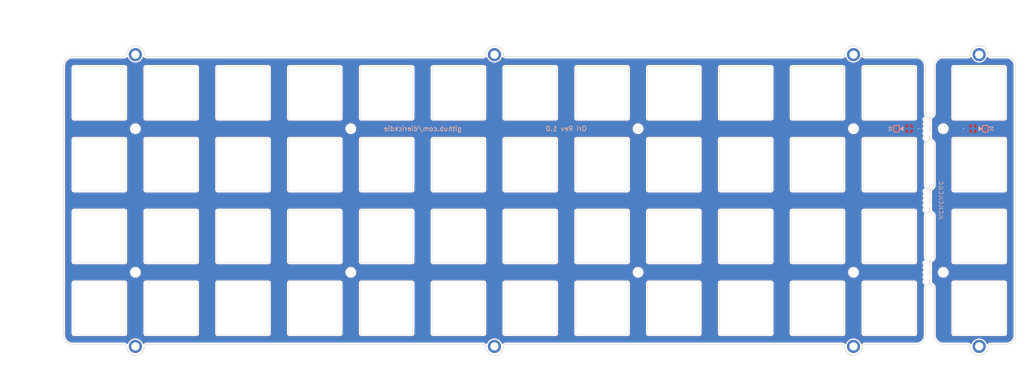
<source format=kicad_pcb>
(kicad_pcb (version 20171130) (host pcbnew "(5.1.10-1-10_14)")
  (layers (0 F.Cu signal) (31 B.Cu signal) (34 B.Paste user) (35 F.Paste user) (36 B.SilkS user) (37 F.SilkS user) (38 B.Mask user) (39 F.Mask user) (44 Edge.Cuts user))
  (net 0 "")
  (net 1 GND)
  (net 2 "Net-(D1-Pad1)")
  (net 3 GND1)
  (net 4 "Net-(D2-Pad1)")
  (module Keeb_footprints:MX100_cutout (layer F.Cu) (at 389.360818 107.143896)
    (fp_text reference U52)
    (fp_text value HOLE)
    (fp_line (start 6.7 7) (end -6.7 7) (layer Edge.Cuts) (width 0.1))
    (fp_line (start 6.7 -7) (end -6.7 -7) (layer Edge.Cuts) (width 0.1))
    (fp_line (start -7 6.7) (end -7 -6.7) (layer Edge.Cuts) (width 0.1))
    (fp_line (start 7 6.7) (end 7 -6.7) (layer Edge.Cuts) (width 0.1))
    (fp_arc (start -6.7 6.7) (end -7 6.7) (angle -90) (layer Edge.Cuts) (width 0.1))
    (fp_arc (start -6.7 -6.7) (end -6.7 -7) (angle -90) (layer Edge.Cuts) (width 0.1))
    (fp_arc (start 6.7 -6.7) (end 7 -6.7) (angle -90) (layer Edge.Cuts) (width 0.1))
    (fp_arc (start 6.7 6.7) (end 6.7 7) (angle -90) (layer Edge.Cuts) (width 0.1))
  )
  (module Keeb_footprints:MX100_cutout (layer F.Cu) (at 389.361002 88.10662)
    (fp_text reference U51)
    (fp_text value HOLE)
    (fp_line (start 6.7 7) (end -6.7 7) (layer Edge.Cuts) (width 0.1))
    (fp_line (start 6.7 -7) (end -6.7 -7) (layer Edge.Cuts) (width 0.1))
    (fp_line (start -7 6.7) (end -7 -6.7) (layer Edge.Cuts) (width 0.1))
    (fp_line (start 7 6.7) (end 7 -6.7) (layer Edge.Cuts) (width 0.1))
    (fp_arc (start -6.7 6.7) (end -7 6.7) (angle -90) (layer Edge.Cuts) (width 0.1))
    (fp_arc (start -6.7 -6.7) (end -6.7 -7) (angle -90) (layer Edge.Cuts) (width 0.1))
    (fp_arc (start 6.7 -6.7) (end 7 -6.7) (angle -90) (layer Edge.Cuts) (width 0.1))
    (fp_arc (start 6.7 6.7) (end 6.7 7) (angle -90) (layer Edge.Cuts) (width 0.1))
  )
  (module Keeb_footprints:MX100_cutout (layer F.Cu) (at 389.36137 69.04388)
    (fp_text reference U50)
    (fp_text value HOLE)
    (fp_line (start 6.7 7) (end -6.7 7) (layer Edge.Cuts) (width 0.1))
    (fp_line (start 6.7 -7) (end -6.7 -7) (layer Edge.Cuts) (width 0.1))
    (fp_line (start -7 6.7) (end -7 -6.7) (layer Edge.Cuts) (width 0.1))
    (fp_line (start 7 6.7) (end 7 -6.7) (layer Edge.Cuts) (width 0.1))
    (fp_arc (start -6.7 6.7) (end -7 6.7) (angle -90) (layer Edge.Cuts) (width 0.1))
    (fp_arc (start -6.7 -6.7) (end -6.7 -7) (angle -90) (layer Edge.Cuts) (width 0.1))
    (fp_arc (start 6.7 -6.7) (end 7 -6.7) (angle -90) (layer Edge.Cuts) (width 0.1))
    (fp_arc (start 6.7 6.7) (end 6.7 7) (angle -90) (layer Edge.Cuts) (width 0.1))
  )
  (module Keeb_footprints:MX100_cutout (layer F.Cu) (at 389.33601 50.00646)
    (fp_text reference U49)
    (fp_text value HOLE)
    (fp_line (start 6.7 7) (end -6.7 7) (layer Edge.Cuts) (width 0.1))
    (fp_line (start 6.7 -7) (end -6.7 -7) (layer Edge.Cuts) (width 0.1))
    (fp_line (start -7 6.7) (end -7 -6.7) (layer Edge.Cuts) (width 0.1))
    (fp_line (start 7 6.7) (end 7 -6.7) (layer Edge.Cuts) (width 0.1))
    (fp_arc (start -6.7 6.7) (end -7 6.7) (angle -90) (layer Edge.Cuts) (width 0.1))
    (fp_arc (start -6.7 -6.7) (end -6.7 -7) (angle -90) (layer Edge.Cuts) (width 0.1))
    (fp_arc (start 6.7 -6.7) (end 7 -6.7) (angle -90) (layer Edge.Cuts) (width 0.1))
    (fp_arc (start 6.7 6.7) (end 6.7 7) (angle -90) (layer Edge.Cuts) (width 0.1))
  )
  (module Keeb_footprints:MX100_cutout (layer F.Cu) (at 365.52341 107.1567)
    (fp_text reference U48)
    (fp_text value HOLE)
    (fp_line (start 6.7 7) (end -6.7 7) (layer Edge.Cuts) (width 0.1))
    (fp_line (start 6.7 -7) (end -6.7 -7) (layer Edge.Cuts) (width 0.1))
    (fp_line (start -7 6.7) (end -7 -6.7) (layer Edge.Cuts) (width 0.1))
    (fp_line (start 7 6.7) (end 7 -6.7) (layer Edge.Cuts) (width 0.1))
    (fp_arc (start -6.7 6.7) (end -7 6.7) (angle -90) (layer Edge.Cuts) (width 0.1))
    (fp_arc (start -6.7 -6.7) (end -6.7 -7) (angle -90) (layer Edge.Cuts) (width 0.1))
    (fp_arc (start 6.7 -6.7) (end 7 -6.7) (angle -90) (layer Edge.Cuts) (width 0.1))
    (fp_arc (start 6.7 6.7) (end 6.7 7) (angle -90) (layer Edge.Cuts) (width 0.1))
  )
  (module Keeb_footprints:MX100_cutout (layer F.Cu) (at 346.47333 107.16)
    (fp_text reference U47)
    (fp_text value HOLE)
    (fp_line (start 6.7 7) (end -6.7 7) (layer Edge.Cuts) (width 0.1))
    (fp_line (start 6.7 -7) (end -6.7 -7) (layer Edge.Cuts) (width 0.1))
    (fp_line (start -7 6.7) (end -7 -6.7) (layer Edge.Cuts) (width 0.1))
    (fp_line (start 7 6.7) (end 7 -6.7) (layer Edge.Cuts) (width 0.1))
    (fp_arc (start -6.7 6.7) (end -7 6.7) (angle -90) (layer Edge.Cuts) (width 0.1))
    (fp_arc (start -6.7 -6.7) (end -6.7 -7) (angle -90) (layer Edge.Cuts) (width 0.1))
    (fp_arc (start 6.7 -6.7) (end 7 -6.7) (angle -90) (layer Edge.Cuts) (width 0.1))
    (fp_arc (start 6.7 6.7) (end 6.7 7) (angle -90) (layer Edge.Cuts) (width 0.1))
  )
  (module Keeb_footprints:MX100_cutout (layer F.Cu) (at 327.42325 107.1567)
    (fp_text reference U46)
    (fp_text value HOLE)
    (fp_line (start 6.7 7) (end -6.7 7) (layer Edge.Cuts) (width 0.1))
    (fp_line (start 6.7 -7) (end -6.7 -7) (layer Edge.Cuts) (width 0.1))
    (fp_line (start -7 6.7) (end -7 -6.7) (layer Edge.Cuts) (width 0.1))
    (fp_line (start 7 6.7) (end 7 -6.7) (layer Edge.Cuts) (width 0.1))
    (fp_arc (start -6.7 6.7) (end -7 6.7) (angle -90) (layer Edge.Cuts) (width 0.1))
    (fp_arc (start -6.7 -6.7) (end -6.7 -7) (angle -90) (layer Edge.Cuts) (width 0.1))
    (fp_arc (start 6.7 -6.7) (end 7 -6.7) (angle -90) (layer Edge.Cuts) (width 0.1))
    (fp_arc (start 6.7 6.7) (end 6.7 7) (angle -90) (layer Edge.Cuts) (width 0.1))
  )
  (module Keeb_footprints:MX100_cutout (layer F.Cu) (at 308.37317 107.1567)
    (fp_text reference U45)
    (fp_text value HOLE)
    (fp_line (start 6.7 7) (end -6.7 7) (layer Edge.Cuts) (width 0.1))
    (fp_line (start 6.7 -7) (end -6.7 -7) (layer Edge.Cuts) (width 0.1))
    (fp_line (start -7 6.7) (end -7 -6.7) (layer Edge.Cuts) (width 0.1))
    (fp_line (start 7 6.7) (end 7 -6.7) (layer Edge.Cuts) (width 0.1))
    (fp_arc (start -6.7 6.7) (end -7 6.7) (angle -90) (layer Edge.Cuts) (width 0.1))
    (fp_arc (start -6.7 -6.7) (end -6.7 -7) (angle -90) (layer Edge.Cuts) (width 0.1))
    (fp_arc (start 6.7 -6.7) (end 7 -6.7) (angle -90) (layer Edge.Cuts) (width 0.1))
    (fp_arc (start 6.7 6.7) (end 6.7 7) (angle -90) (layer Edge.Cuts) (width 0.1))
  )
  (module Keeb_footprints:MX100_cutout (layer F.Cu) (at 289.32309 107.1567)
    (fp_text reference U44)
    (fp_text value HOLE)
    (fp_line (start 6.7 7) (end -6.7 7) (layer Edge.Cuts) (width 0.1))
    (fp_line (start 6.7 -7) (end -6.7 -7) (layer Edge.Cuts) (width 0.1))
    (fp_line (start -7 6.7) (end -7 -6.7) (layer Edge.Cuts) (width 0.1))
    (fp_line (start 7 6.7) (end 7 -6.7) (layer Edge.Cuts) (width 0.1))
    (fp_arc (start -6.7 6.7) (end -7 6.7) (angle -90) (layer Edge.Cuts) (width 0.1))
    (fp_arc (start -6.7 -6.7) (end -6.7 -7) (angle -90) (layer Edge.Cuts) (width 0.1))
    (fp_arc (start 6.7 -6.7) (end 7 -6.7) (angle -90) (layer Edge.Cuts) (width 0.1))
    (fp_arc (start 6.7 6.7) (end 6.7 7) (angle -90) (layer Edge.Cuts) (width 0.1))
  )
  (module Keeb_footprints:MX100_cutout (layer F.Cu) (at 270.27301 107.1567)
    (fp_text reference U43)
    (fp_text value HOLE)
    (fp_line (start 6.7 7) (end -6.7 7) (layer Edge.Cuts) (width 0.1))
    (fp_line (start 6.7 -7) (end -6.7 -7) (layer Edge.Cuts) (width 0.1))
    (fp_line (start -7 6.7) (end -7 -6.7) (layer Edge.Cuts) (width 0.1))
    (fp_line (start 7 6.7) (end 7 -6.7) (layer Edge.Cuts) (width 0.1))
    (fp_arc (start -6.7 6.7) (end -7 6.7) (angle -90) (layer Edge.Cuts) (width 0.1))
    (fp_arc (start -6.7 -6.7) (end -6.7 -7) (angle -90) (layer Edge.Cuts) (width 0.1))
    (fp_arc (start 6.7 -6.7) (end 7 -6.7) (angle -90) (layer Edge.Cuts) (width 0.1))
    (fp_arc (start 6.7 6.7) (end 6.7 7) (angle -90) (layer Edge.Cuts) (width 0.1))
  )
  (module Keeb_footprints:MX100_cutout (layer F.Cu) (at 251.22293 107.1567)
    (fp_text reference U42)
    (fp_text value HOLE)
    (fp_line (start 6.7 7) (end -6.7 7) (layer Edge.Cuts) (width 0.1))
    (fp_line (start 6.7 -7) (end -6.7 -7) (layer Edge.Cuts) (width 0.1))
    (fp_line (start -7 6.7) (end -7 -6.7) (layer Edge.Cuts) (width 0.1))
    (fp_line (start 7 6.7) (end 7 -6.7) (layer Edge.Cuts) (width 0.1))
    (fp_arc (start -6.7 6.7) (end -7 6.7) (angle -90) (layer Edge.Cuts) (width 0.1))
    (fp_arc (start -6.7 -6.7) (end -6.7 -7) (angle -90) (layer Edge.Cuts) (width 0.1))
    (fp_arc (start 6.7 -6.7) (end 7 -6.7) (angle -90) (layer Edge.Cuts) (width 0.1))
    (fp_arc (start 6.7 6.7) (end 6.7 7) (angle -90) (layer Edge.Cuts) (width 0.1))
  )
  (module Keeb_footprints:MX100_cutout (layer F.Cu) (at 232.17285 107.1567)
    (fp_text reference U41)
    (fp_text value HOLE)
    (fp_line (start 6.7 7) (end -6.7 7) (layer Edge.Cuts) (width 0.1))
    (fp_line (start 6.7 -7) (end -6.7 -7) (layer Edge.Cuts) (width 0.1))
    (fp_line (start -7 6.7) (end -7 -6.7) (layer Edge.Cuts) (width 0.1))
    (fp_line (start 7 6.7) (end 7 -6.7) (layer Edge.Cuts) (width 0.1))
    (fp_arc (start -6.7 6.7) (end -7 6.7) (angle -90) (layer Edge.Cuts) (width 0.1))
    (fp_arc (start -6.7 -6.7) (end -6.7 -7) (angle -90) (layer Edge.Cuts) (width 0.1))
    (fp_arc (start 6.7 -6.7) (end 7 -6.7) (angle -90) (layer Edge.Cuts) (width 0.1))
    (fp_arc (start 6.7 6.7) (end 6.7 7) (angle -90) (layer Edge.Cuts) (width 0.1))
  )
  (module Keeb_footprints:MX100_cutout (layer F.Cu) (at 213.12277 107.1567)
    (fp_text reference U40)
    (fp_text value HOLE)
    (fp_line (start 6.7 7) (end -6.7 7) (layer Edge.Cuts) (width 0.1))
    (fp_line (start 6.7 -7) (end -6.7 -7) (layer Edge.Cuts) (width 0.1))
    (fp_line (start -7 6.7) (end -7 -6.7) (layer Edge.Cuts) (width 0.1))
    (fp_line (start 7 6.7) (end 7 -6.7) (layer Edge.Cuts) (width 0.1))
    (fp_arc (start -6.7 6.7) (end -7 6.7) (angle -90) (layer Edge.Cuts) (width 0.1))
    (fp_arc (start -6.7 -6.7) (end -6.7 -7) (angle -90) (layer Edge.Cuts) (width 0.1))
    (fp_arc (start 6.7 -6.7) (end 7 -6.7) (angle -90) (layer Edge.Cuts) (width 0.1))
    (fp_arc (start 6.7 6.7) (end 6.7 7) (angle -90) (layer Edge.Cuts) (width 0.1))
  )
  (module Keeb_footprints:MX100_cutout (layer F.Cu) (at 194.07269 107.1567)
    (fp_text reference U39)
    (fp_text value HOLE)
    (fp_line (start 6.7 7) (end -6.7 7) (layer Edge.Cuts) (width 0.1))
    (fp_line (start 6.7 -7) (end -6.7 -7) (layer Edge.Cuts) (width 0.1))
    (fp_line (start -7 6.7) (end -7 -6.7) (layer Edge.Cuts) (width 0.1))
    (fp_line (start 7 6.7) (end 7 -6.7) (layer Edge.Cuts) (width 0.1))
    (fp_arc (start -6.7 6.7) (end -7 6.7) (angle -90) (layer Edge.Cuts) (width 0.1))
    (fp_arc (start -6.7 -6.7) (end -6.7 -7) (angle -90) (layer Edge.Cuts) (width 0.1))
    (fp_arc (start 6.7 -6.7) (end 7 -6.7) (angle -90) (layer Edge.Cuts) (width 0.1))
    (fp_arc (start 6.7 6.7) (end 6.7 7) (angle -90) (layer Edge.Cuts) (width 0.1))
  )
  (module Keeb_footprints:MX100_cutout (layer F.Cu) (at 175.02261 107.1567)
    (fp_text reference U38)
    (fp_text value HOLE)
    (fp_line (start 6.7 7) (end -6.7 7) (layer Edge.Cuts) (width 0.1))
    (fp_line (start 6.7 -7) (end -6.7 -7) (layer Edge.Cuts) (width 0.1))
    (fp_line (start -7 6.7) (end -7 -6.7) (layer Edge.Cuts) (width 0.1))
    (fp_line (start 7 6.7) (end 7 -6.7) (layer Edge.Cuts) (width 0.1))
    (fp_arc (start -6.7 6.7) (end -7 6.7) (angle -90) (layer Edge.Cuts) (width 0.1))
    (fp_arc (start -6.7 -6.7) (end -6.7 -7) (angle -90) (layer Edge.Cuts) (width 0.1))
    (fp_arc (start 6.7 -6.7) (end 7 -6.7) (angle -90) (layer Edge.Cuts) (width 0.1))
    (fp_arc (start 6.7 6.7) (end 6.7 7) (angle -90) (layer Edge.Cuts) (width 0.1))
  )
  (module Keeb_footprints:MX100_cutout (layer F.Cu) (at 155.97253 107.1567)
    (fp_text reference U37)
    (fp_text value HOLE)
    (fp_line (start 6.7 7) (end -6.7 7) (layer Edge.Cuts) (width 0.1))
    (fp_line (start 6.7 -7) (end -6.7 -7) (layer Edge.Cuts) (width 0.1))
    (fp_line (start -7 6.7) (end -7 -6.7) (layer Edge.Cuts) (width 0.1))
    (fp_line (start 7 6.7) (end 7 -6.7) (layer Edge.Cuts) (width 0.1))
    (fp_arc (start -6.7 6.7) (end -7 6.7) (angle -90) (layer Edge.Cuts) (width 0.1))
    (fp_arc (start -6.7 -6.7) (end -6.7 -7) (angle -90) (layer Edge.Cuts) (width 0.1))
    (fp_arc (start 6.7 -6.7) (end 7 -6.7) (angle -90) (layer Edge.Cuts) (width 0.1))
    (fp_arc (start 6.7 6.7) (end 6.7 7) (angle -90) (layer Edge.Cuts) (width 0.1))
  )
  (module Keeb_footprints:MX100_cutout (layer F.Cu) (at 365.52341 88.10662)
    (fp_text reference U36)
    (fp_text value HOLE)
    (fp_line (start 6.7 7) (end -6.7 7) (layer Edge.Cuts) (width 0.1))
    (fp_line (start 6.7 -7) (end -6.7 -7) (layer Edge.Cuts) (width 0.1))
    (fp_line (start -7 6.7) (end -7 -6.7) (layer Edge.Cuts) (width 0.1))
    (fp_line (start 7 6.7) (end 7 -6.7) (layer Edge.Cuts) (width 0.1))
    (fp_arc (start -6.7 6.7) (end -7 6.7) (angle -90) (layer Edge.Cuts) (width 0.1))
    (fp_arc (start -6.7 -6.7) (end -6.7 -7) (angle -90) (layer Edge.Cuts) (width 0.1))
    (fp_arc (start 6.7 -6.7) (end 7 -6.7) (angle -90) (layer Edge.Cuts) (width 0.1))
    (fp_arc (start 6.7 6.7) (end 6.7 7) (angle -90) (layer Edge.Cuts) (width 0.1))
  )
  (module Keeb_footprints:MX100_cutout (layer F.Cu) (at 346.47333 88.10662)
    (fp_text reference U35)
    (fp_text value HOLE)
    (fp_line (start 6.7 7) (end -6.7 7) (layer Edge.Cuts) (width 0.1))
    (fp_line (start 6.7 -7) (end -6.7 -7) (layer Edge.Cuts) (width 0.1))
    (fp_line (start -7 6.7) (end -7 -6.7) (layer Edge.Cuts) (width 0.1))
    (fp_line (start 7 6.7) (end 7 -6.7) (layer Edge.Cuts) (width 0.1))
    (fp_arc (start -6.7 6.7) (end -7 6.7) (angle -90) (layer Edge.Cuts) (width 0.1))
    (fp_arc (start -6.7 -6.7) (end -6.7 -7) (angle -90) (layer Edge.Cuts) (width 0.1))
    (fp_arc (start 6.7 -6.7) (end 7 -6.7) (angle -90) (layer Edge.Cuts) (width 0.1))
    (fp_arc (start 6.7 6.7) (end 6.7 7) (angle -90) (layer Edge.Cuts) (width 0.1))
  )
  (module Keeb_footprints:MX100_cutout (layer F.Cu) (at 327.42325 88.10662)
    (fp_text reference U34)
    (fp_text value HOLE)
    (fp_line (start 6.7 7) (end -6.7 7) (layer Edge.Cuts) (width 0.1))
    (fp_line (start 6.7 -7) (end -6.7 -7) (layer Edge.Cuts) (width 0.1))
    (fp_line (start -7 6.7) (end -7 -6.7) (layer Edge.Cuts) (width 0.1))
    (fp_line (start 7 6.7) (end 7 -6.7) (layer Edge.Cuts) (width 0.1))
    (fp_arc (start -6.7 6.7) (end -7 6.7) (angle -90) (layer Edge.Cuts) (width 0.1))
    (fp_arc (start -6.7 -6.7) (end -6.7 -7) (angle -90) (layer Edge.Cuts) (width 0.1))
    (fp_arc (start 6.7 -6.7) (end 7 -6.7) (angle -90) (layer Edge.Cuts) (width 0.1))
    (fp_arc (start 6.7 6.7) (end 6.7 7) (angle -90) (layer Edge.Cuts) (width 0.1))
  )
  (module Keeb_footprints:MX100_cutout (layer F.Cu) (at 308.37317 88.10662)
    (fp_text reference U33)
    (fp_text value HOLE)
    (fp_line (start 6.7 7) (end -6.7 7) (layer Edge.Cuts) (width 0.1))
    (fp_line (start 6.7 -7) (end -6.7 -7) (layer Edge.Cuts) (width 0.1))
    (fp_line (start -7 6.7) (end -7 -6.7) (layer Edge.Cuts) (width 0.1))
    (fp_line (start 7 6.7) (end 7 -6.7) (layer Edge.Cuts) (width 0.1))
    (fp_arc (start -6.7 6.7) (end -7 6.7) (angle -90) (layer Edge.Cuts) (width 0.1))
    (fp_arc (start -6.7 -6.7) (end -6.7 -7) (angle -90) (layer Edge.Cuts) (width 0.1))
    (fp_arc (start 6.7 -6.7) (end 7 -6.7) (angle -90) (layer Edge.Cuts) (width 0.1))
    (fp_arc (start 6.7 6.7) (end 6.7 7) (angle -90) (layer Edge.Cuts) (width 0.1))
  )
  (module Keeb_footprints:MX100_cutout (layer F.Cu) (at 289.32309 88.10662)
    (fp_text reference U32)
    (fp_text value HOLE)
    (fp_line (start 6.7 7) (end -6.7 7) (layer Edge.Cuts) (width 0.1))
    (fp_line (start 6.7 -7) (end -6.7 -7) (layer Edge.Cuts) (width 0.1))
    (fp_line (start -7 6.7) (end -7 -6.7) (layer Edge.Cuts) (width 0.1))
    (fp_line (start 7 6.7) (end 7 -6.7) (layer Edge.Cuts) (width 0.1))
    (fp_arc (start -6.7 6.7) (end -7 6.7) (angle -90) (layer Edge.Cuts) (width 0.1))
    (fp_arc (start -6.7 -6.7) (end -6.7 -7) (angle -90) (layer Edge.Cuts) (width 0.1))
    (fp_arc (start 6.7 -6.7) (end 7 -6.7) (angle -90) (layer Edge.Cuts) (width 0.1))
    (fp_arc (start 6.7 6.7) (end 6.7 7) (angle -90) (layer Edge.Cuts) (width 0.1))
  )
  (module Keeb_footprints:MX100_cutout (layer F.Cu) (at 270.27301 88.10662)
    (fp_text reference U31)
    (fp_text value HOLE)
    (fp_line (start 6.7 7) (end -6.7 7) (layer Edge.Cuts) (width 0.1))
    (fp_line (start 6.7 -7) (end -6.7 -7) (layer Edge.Cuts) (width 0.1))
    (fp_line (start -7 6.7) (end -7 -6.7) (layer Edge.Cuts) (width 0.1))
    (fp_line (start 7 6.7) (end 7 -6.7) (layer Edge.Cuts) (width 0.1))
    (fp_arc (start -6.7 6.7) (end -7 6.7) (angle -90) (layer Edge.Cuts) (width 0.1))
    (fp_arc (start -6.7 -6.7) (end -6.7 -7) (angle -90) (layer Edge.Cuts) (width 0.1))
    (fp_arc (start 6.7 -6.7) (end 7 -6.7) (angle -90) (layer Edge.Cuts) (width 0.1))
    (fp_arc (start 6.7 6.7) (end 6.7 7) (angle -90) (layer Edge.Cuts) (width 0.1))
  )
  (module Keeb_footprints:MX100_cutout (layer F.Cu) (at 251.22293 88.10662)
    (fp_text reference U30)
    (fp_text value HOLE)
    (fp_line (start 6.7 7) (end -6.7 7) (layer Edge.Cuts) (width 0.1))
    (fp_line (start 6.7 -7) (end -6.7 -7) (layer Edge.Cuts) (width 0.1))
    (fp_line (start -7 6.7) (end -7 -6.7) (layer Edge.Cuts) (width 0.1))
    (fp_line (start 7 6.7) (end 7 -6.7) (layer Edge.Cuts) (width 0.1))
    (fp_arc (start -6.7 6.7) (end -7 6.7) (angle -90) (layer Edge.Cuts) (width 0.1))
    (fp_arc (start -6.7 -6.7) (end -6.7 -7) (angle -90) (layer Edge.Cuts) (width 0.1))
    (fp_arc (start 6.7 -6.7) (end 7 -6.7) (angle -90) (layer Edge.Cuts) (width 0.1))
    (fp_arc (start 6.7 6.7) (end 6.7 7) (angle -90) (layer Edge.Cuts) (width 0.1))
  )
  (module Keeb_footprints:MX100_cutout (layer F.Cu) (at 232.17285 88.10662)
    (fp_text reference U29)
    (fp_text value HOLE)
    (fp_line (start 6.7 7) (end -6.7 7) (layer Edge.Cuts) (width 0.1))
    (fp_line (start 6.7 -7) (end -6.7 -7) (layer Edge.Cuts) (width 0.1))
    (fp_line (start -7 6.7) (end -7 -6.7) (layer Edge.Cuts) (width 0.1))
    (fp_line (start 7 6.7) (end 7 -6.7) (layer Edge.Cuts) (width 0.1))
    (fp_arc (start -6.7 6.7) (end -7 6.7) (angle -90) (layer Edge.Cuts) (width 0.1))
    (fp_arc (start -6.7 -6.7) (end -6.7 -7) (angle -90) (layer Edge.Cuts) (width 0.1))
    (fp_arc (start 6.7 -6.7) (end 7 -6.7) (angle -90) (layer Edge.Cuts) (width 0.1))
    (fp_arc (start 6.7 6.7) (end 6.7 7) (angle -90) (layer Edge.Cuts) (width 0.1))
  )
  (module Keeb_footprints:MX100_cutout (layer F.Cu) (at 213.12277 88.10662)
    (fp_text reference U28)
    (fp_text value HOLE)
    (fp_line (start 6.7 7) (end -6.7 7) (layer Edge.Cuts) (width 0.1))
    (fp_line (start 6.7 -7) (end -6.7 -7) (layer Edge.Cuts) (width 0.1))
    (fp_line (start -7 6.7) (end -7 -6.7) (layer Edge.Cuts) (width 0.1))
    (fp_line (start 7 6.7) (end 7 -6.7) (layer Edge.Cuts) (width 0.1))
    (fp_arc (start -6.7 6.7) (end -7 6.7) (angle -90) (layer Edge.Cuts) (width 0.1))
    (fp_arc (start -6.7 -6.7) (end -6.7 -7) (angle -90) (layer Edge.Cuts) (width 0.1))
    (fp_arc (start 6.7 -6.7) (end 7 -6.7) (angle -90) (layer Edge.Cuts) (width 0.1))
    (fp_arc (start 6.7 6.7) (end 6.7 7) (angle -90) (layer Edge.Cuts) (width 0.1))
  )
  (module Keeb_footprints:MX100_cutout (layer F.Cu) (at 194.07269 88.10662)
    (fp_text reference U27)
    (fp_text value HOLE)
    (fp_line (start 6.7 7) (end -6.7 7) (layer Edge.Cuts) (width 0.1))
    (fp_line (start 6.7 -7) (end -6.7 -7) (layer Edge.Cuts) (width 0.1))
    (fp_line (start -7 6.7) (end -7 -6.7) (layer Edge.Cuts) (width 0.1))
    (fp_line (start 7 6.7) (end 7 -6.7) (layer Edge.Cuts) (width 0.1))
    (fp_arc (start -6.7 6.7) (end -7 6.7) (angle -90) (layer Edge.Cuts) (width 0.1))
    (fp_arc (start -6.7 -6.7) (end -6.7 -7) (angle -90) (layer Edge.Cuts) (width 0.1))
    (fp_arc (start 6.7 -6.7) (end 7 -6.7) (angle -90) (layer Edge.Cuts) (width 0.1))
    (fp_arc (start 6.7 6.7) (end 6.7 7) (angle -90) (layer Edge.Cuts) (width 0.1))
  )
  (module Keeb_footprints:MX100_cutout (layer F.Cu) (at 175.02261 88.10662)
    (fp_text reference U26)
    (fp_text value HOLE)
    (fp_line (start 6.7 7) (end -6.7 7) (layer Edge.Cuts) (width 0.1))
    (fp_line (start 6.7 -7) (end -6.7 -7) (layer Edge.Cuts) (width 0.1))
    (fp_line (start -7 6.7) (end -7 -6.7) (layer Edge.Cuts) (width 0.1))
    (fp_line (start 7 6.7) (end 7 -6.7) (layer Edge.Cuts) (width 0.1))
    (fp_arc (start -6.7 6.7) (end -7 6.7) (angle -90) (layer Edge.Cuts) (width 0.1))
    (fp_arc (start -6.7 -6.7) (end -6.7 -7) (angle -90) (layer Edge.Cuts) (width 0.1))
    (fp_arc (start 6.7 -6.7) (end 7 -6.7) (angle -90) (layer Edge.Cuts) (width 0.1))
    (fp_arc (start 6.7 6.7) (end 6.7 7) (angle -90) (layer Edge.Cuts) (width 0.1))
  )
  (module Keeb_footprints:MX100_cutout (layer F.Cu) (at 155.97253 88.10662)
    (fp_text reference U25)
    (fp_text value HOLE)
    (fp_line (start 6.7 7) (end -6.7 7) (layer Edge.Cuts) (width 0.1))
    (fp_line (start 6.7 -7) (end -6.7 -7) (layer Edge.Cuts) (width 0.1))
    (fp_line (start -7 6.7) (end -7 -6.7) (layer Edge.Cuts) (width 0.1))
    (fp_line (start 7 6.7) (end 7 -6.7) (layer Edge.Cuts) (width 0.1))
    (fp_arc (start -6.7 6.7) (end -7 6.7) (angle -90) (layer Edge.Cuts) (width 0.1))
    (fp_arc (start -6.7 -6.7) (end -6.7 -7) (angle -90) (layer Edge.Cuts) (width 0.1))
    (fp_arc (start 6.7 -6.7) (end 7 -6.7) (angle -90) (layer Edge.Cuts) (width 0.1))
    (fp_arc (start 6.7 6.7) (end 6.7 7) (angle -90) (layer Edge.Cuts) (width 0.1))
  )
  (module Keeb_footprints:MX100_cutout (layer F.Cu) (at 365.52341 69.05654)
    (fp_text reference U24)
    (fp_text value HOLE)
    (fp_line (start 6.7 7) (end -6.7 7) (layer Edge.Cuts) (width 0.1))
    (fp_line (start 6.7 -7) (end -6.7 -7) (layer Edge.Cuts) (width 0.1))
    (fp_line (start -7 6.7) (end -7 -6.7) (layer Edge.Cuts) (width 0.1))
    (fp_line (start 7 6.7) (end 7 -6.7) (layer Edge.Cuts) (width 0.1))
    (fp_arc (start -6.7 6.7) (end -7 6.7) (angle -90) (layer Edge.Cuts) (width 0.1))
    (fp_arc (start -6.7 -6.7) (end -6.7 -7) (angle -90) (layer Edge.Cuts) (width 0.1))
    (fp_arc (start 6.7 -6.7) (end 7 -6.7) (angle -90) (layer Edge.Cuts) (width 0.1))
    (fp_arc (start 6.7 6.7) (end 6.7 7) (angle -90) (layer Edge.Cuts) (width 0.1))
  )
  (module Keeb_footprints:MX100_cutout (layer F.Cu) (at 346.47333 69.05654)
    (fp_text reference U23)
    (fp_text value HOLE)
    (fp_line (start 6.7 7) (end -6.7 7) (layer Edge.Cuts) (width 0.1))
    (fp_line (start 6.7 -7) (end -6.7 -7) (layer Edge.Cuts) (width 0.1))
    (fp_line (start -7 6.7) (end -7 -6.7) (layer Edge.Cuts) (width 0.1))
    (fp_line (start 7 6.7) (end 7 -6.7) (layer Edge.Cuts) (width 0.1))
    (fp_arc (start -6.7 6.7) (end -7 6.7) (angle -90) (layer Edge.Cuts) (width 0.1))
    (fp_arc (start -6.7 -6.7) (end -6.7 -7) (angle -90) (layer Edge.Cuts) (width 0.1))
    (fp_arc (start 6.7 -6.7) (end 7 -6.7) (angle -90) (layer Edge.Cuts) (width 0.1))
    (fp_arc (start 6.7 6.7) (end 6.7 7) (angle -90) (layer Edge.Cuts) (width 0.1))
  )
  (module Keeb_footprints:MX100_cutout (layer F.Cu) (at 327.42325 69.05654)
    (fp_text reference U22)
    (fp_text value HOLE)
    (fp_line (start 6.7 7) (end -6.7 7) (layer Edge.Cuts) (width 0.1))
    (fp_line (start 6.7 -7) (end -6.7 -7) (layer Edge.Cuts) (width 0.1))
    (fp_line (start -7 6.7) (end -7 -6.7) (layer Edge.Cuts) (width 0.1))
    (fp_line (start 7 6.7) (end 7 -6.7) (layer Edge.Cuts) (width 0.1))
    (fp_arc (start -6.7 6.7) (end -7 6.7) (angle -90) (layer Edge.Cuts) (width 0.1))
    (fp_arc (start -6.7 -6.7) (end -6.7 -7) (angle -90) (layer Edge.Cuts) (width 0.1))
    (fp_arc (start 6.7 -6.7) (end 7 -6.7) (angle -90) (layer Edge.Cuts) (width 0.1))
    (fp_arc (start 6.7 6.7) (end 6.7 7) (angle -90) (layer Edge.Cuts) (width 0.1))
  )
  (module Keeb_footprints:MX100_cutout (layer F.Cu) (at 308.37317 69.05654)
    (fp_text reference U21)
    (fp_text value HOLE)
    (fp_line (start 6.7 7) (end -6.7 7) (layer Edge.Cuts) (width 0.1))
    (fp_line (start 6.7 -7) (end -6.7 -7) (layer Edge.Cuts) (width 0.1))
    (fp_line (start -7 6.7) (end -7 -6.7) (layer Edge.Cuts) (width 0.1))
    (fp_line (start 7 6.7) (end 7 -6.7) (layer Edge.Cuts) (width 0.1))
    (fp_arc (start -6.7 6.7) (end -7 6.7) (angle -90) (layer Edge.Cuts) (width 0.1))
    (fp_arc (start -6.7 -6.7) (end -6.7 -7) (angle -90) (layer Edge.Cuts) (width 0.1))
    (fp_arc (start 6.7 -6.7) (end 7 -6.7) (angle -90) (layer Edge.Cuts) (width 0.1))
    (fp_arc (start 6.7 6.7) (end 6.7 7) (angle -90) (layer Edge.Cuts) (width 0.1))
  )
  (module Keeb_footprints:MX100_cutout (layer F.Cu) (at 289.32309 69.05654)
    (fp_text reference U20)
    (fp_text value HOLE)
    (fp_line (start 6.7 7) (end -6.7 7) (layer Edge.Cuts) (width 0.1))
    (fp_line (start 6.7 -7) (end -6.7 -7) (layer Edge.Cuts) (width 0.1))
    (fp_line (start -7 6.7) (end -7 -6.7) (layer Edge.Cuts) (width 0.1))
    (fp_line (start 7 6.7) (end 7 -6.7) (layer Edge.Cuts) (width 0.1))
    (fp_arc (start -6.7 6.7) (end -7 6.7) (angle -90) (layer Edge.Cuts) (width 0.1))
    (fp_arc (start -6.7 -6.7) (end -6.7 -7) (angle -90) (layer Edge.Cuts) (width 0.1))
    (fp_arc (start 6.7 -6.7) (end 7 -6.7) (angle -90) (layer Edge.Cuts) (width 0.1))
    (fp_arc (start 6.7 6.7) (end 6.7 7) (angle -90) (layer Edge.Cuts) (width 0.1))
  )
  (module Keeb_footprints:MX100_cutout (layer F.Cu) (at 270.27301 69.05654)
    (fp_text reference U19)
    (fp_text value HOLE)
    (fp_line (start 6.7 7) (end -6.7 7) (layer Edge.Cuts) (width 0.1))
    (fp_line (start 6.7 -7) (end -6.7 -7) (layer Edge.Cuts) (width 0.1))
    (fp_line (start -7 6.7) (end -7 -6.7) (layer Edge.Cuts) (width 0.1))
    (fp_line (start 7 6.7) (end 7 -6.7) (layer Edge.Cuts) (width 0.1))
    (fp_arc (start -6.7 6.7) (end -7 6.7) (angle -90) (layer Edge.Cuts) (width 0.1))
    (fp_arc (start -6.7 -6.7) (end -6.7 -7) (angle -90) (layer Edge.Cuts) (width 0.1))
    (fp_arc (start 6.7 -6.7) (end 7 -6.7) (angle -90) (layer Edge.Cuts) (width 0.1))
    (fp_arc (start 6.7 6.7) (end 6.7 7) (angle -90) (layer Edge.Cuts) (width 0.1))
  )
  (module Keeb_footprints:MX100_cutout (layer F.Cu) (at 251.22293 69.05654)
    (fp_text reference U18)
    (fp_text value HOLE)
    (fp_line (start 6.7 7) (end -6.7 7) (layer Edge.Cuts) (width 0.1))
    (fp_line (start 6.7 -7) (end -6.7 -7) (layer Edge.Cuts) (width 0.1))
    (fp_line (start -7 6.7) (end -7 -6.7) (layer Edge.Cuts) (width 0.1))
    (fp_line (start 7 6.7) (end 7 -6.7) (layer Edge.Cuts) (width 0.1))
    (fp_arc (start -6.7 6.7) (end -7 6.7) (angle -90) (layer Edge.Cuts) (width 0.1))
    (fp_arc (start -6.7 -6.7) (end -6.7 -7) (angle -90) (layer Edge.Cuts) (width 0.1))
    (fp_arc (start 6.7 -6.7) (end 7 -6.7) (angle -90) (layer Edge.Cuts) (width 0.1))
    (fp_arc (start 6.7 6.7) (end 6.7 7) (angle -90) (layer Edge.Cuts) (width 0.1))
  )
  (module Keeb_footprints:MX100_cutout (layer F.Cu) (at 232.17285 69.05654)
    (fp_text reference U17)
    (fp_text value HOLE)
    (fp_line (start 6.7 7) (end -6.7 7) (layer Edge.Cuts) (width 0.1))
    (fp_line (start 6.7 -7) (end -6.7 -7) (layer Edge.Cuts) (width 0.1))
    (fp_line (start -7 6.7) (end -7 -6.7) (layer Edge.Cuts) (width 0.1))
    (fp_line (start 7 6.7) (end 7 -6.7) (layer Edge.Cuts) (width 0.1))
    (fp_arc (start -6.7 6.7) (end -7 6.7) (angle -90) (layer Edge.Cuts) (width 0.1))
    (fp_arc (start -6.7 -6.7) (end -6.7 -7) (angle -90) (layer Edge.Cuts) (width 0.1))
    (fp_arc (start 6.7 -6.7) (end 7 -6.7) (angle -90) (layer Edge.Cuts) (width 0.1))
    (fp_arc (start 6.7 6.7) (end 6.7 7) (angle -90) (layer Edge.Cuts) (width 0.1))
  )
  (module Keeb_footprints:MX100_cutout (layer F.Cu) (at 213.12277 69.05654)
    (fp_text reference U16)
    (fp_text value HOLE)
    (fp_line (start 6.7 7) (end -6.7 7) (layer Edge.Cuts) (width 0.1))
    (fp_line (start 6.7 -7) (end -6.7 -7) (layer Edge.Cuts) (width 0.1))
    (fp_line (start -7 6.7) (end -7 -6.7) (layer Edge.Cuts) (width 0.1))
    (fp_line (start 7 6.7) (end 7 -6.7) (layer Edge.Cuts) (width 0.1))
    (fp_arc (start -6.7 6.7) (end -7 6.7) (angle -90) (layer Edge.Cuts) (width 0.1))
    (fp_arc (start -6.7 -6.7) (end -6.7 -7) (angle -90) (layer Edge.Cuts) (width 0.1))
    (fp_arc (start 6.7 -6.7) (end 7 -6.7) (angle -90) (layer Edge.Cuts) (width 0.1))
    (fp_arc (start 6.7 6.7) (end 6.7 7) (angle -90) (layer Edge.Cuts) (width 0.1))
  )
  (module Keeb_footprints:MX100_cutout (layer F.Cu) (at 194.07269 69.05654)
    (fp_text reference U15)
    (fp_text value HOLE)
    (fp_line (start 6.7 7) (end -6.7 7) (layer Edge.Cuts) (width 0.1))
    (fp_line (start 6.7 -7) (end -6.7 -7) (layer Edge.Cuts) (width 0.1))
    (fp_line (start -7 6.7) (end -7 -6.7) (layer Edge.Cuts) (width 0.1))
    (fp_line (start 7 6.7) (end 7 -6.7) (layer Edge.Cuts) (width 0.1))
    (fp_arc (start -6.7 6.7) (end -7 6.7) (angle -90) (layer Edge.Cuts) (width 0.1))
    (fp_arc (start -6.7 -6.7) (end -6.7 -7) (angle -90) (layer Edge.Cuts) (width 0.1))
    (fp_arc (start 6.7 -6.7) (end 7 -6.7) (angle -90) (layer Edge.Cuts) (width 0.1))
    (fp_arc (start 6.7 6.7) (end 6.7 7) (angle -90) (layer Edge.Cuts) (width 0.1))
  )
  (module Keeb_footprints:MX100_cutout (layer F.Cu) (at 175.02261 69.05654)
    (fp_text reference U14)
    (fp_text value HOLE)
    (fp_line (start 6.7 7) (end -6.7 7) (layer Edge.Cuts) (width 0.1))
    (fp_line (start 6.7 -7) (end -6.7 -7) (layer Edge.Cuts) (width 0.1))
    (fp_line (start -7 6.7) (end -7 -6.7) (layer Edge.Cuts) (width 0.1))
    (fp_line (start 7 6.7) (end 7 -6.7) (layer Edge.Cuts) (width 0.1))
    (fp_arc (start -6.7 6.7) (end -7 6.7) (angle -90) (layer Edge.Cuts) (width 0.1))
    (fp_arc (start -6.7 -6.7) (end -6.7 -7) (angle -90) (layer Edge.Cuts) (width 0.1))
    (fp_arc (start 6.7 -6.7) (end 7 -6.7) (angle -90) (layer Edge.Cuts) (width 0.1))
    (fp_arc (start 6.7 6.7) (end 6.7 7) (angle -90) (layer Edge.Cuts) (width 0.1))
  )
  (module Keeb_footprints:MX100_cutout (layer F.Cu) (at 155.97253 69.05654)
    (fp_text reference U13)
    (fp_text value HOLE)
    (fp_line (start 6.7 7) (end -6.7 7) (layer Edge.Cuts) (width 0.1))
    (fp_line (start 6.7 -7) (end -6.7 -7) (layer Edge.Cuts) (width 0.1))
    (fp_line (start -7 6.7) (end -7 -6.7) (layer Edge.Cuts) (width 0.1))
    (fp_line (start 7 6.7) (end 7 -6.7) (layer Edge.Cuts) (width 0.1))
    (fp_arc (start -6.7 6.7) (end -7 6.7) (angle -90) (layer Edge.Cuts) (width 0.1))
    (fp_arc (start -6.7 -6.7) (end -6.7 -7) (angle -90) (layer Edge.Cuts) (width 0.1))
    (fp_arc (start 6.7 -6.7) (end 7 -6.7) (angle -90) (layer Edge.Cuts) (width 0.1))
    (fp_arc (start 6.7 6.7) (end 6.7 7) (angle -90) (layer Edge.Cuts) (width 0.1))
  )
  (module Keeb_footprints:MX100_cutout (layer F.Cu) (at 365.52341 50.00646)
    (fp_text reference U12)
    (fp_text value HOLE)
    (fp_line (start 6.7 7) (end -6.7 7) (layer Edge.Cuts) (width 0.1))
    (fp_line (start 6.7 -7) (end -6.7 -7) (layer Edge.Cuts) (width 0.1))
    (fp_line (start -7 6.7) (end -7 -6.7) (layer Edge.Cuts) (width 0.1))
    (fp_line (start 7 6.7) (end 7 -6.7) (layer Edge.Cuts) (width 0.1))
    (fp_arc (start -6.7 6.7) (end -7 6.7) (angle -90) (layer Edge.Cuts) (width 0.1))
    (fp_arc (start -6.7 -6.7) (end -6.7 -7) (angle -90) (layer Edge.Cuts) (width 0.1))
    (fp_arc (start 6.7 -6.7) (end 7 -6.7) (angle -90) (layer Edge.Cuts) (width 0.1))
    (fp_arc (start 6.7 6.7) (end 6.7 7) (angle -90) (layer Edge.Cuts) (width 0.1))
  )
  (module Keeb_footprints:MX100_cutout (layer F.Cu) (at 346.47333 50.00646)
    (fp_text reference U11)
    (fp_text value HOLE)
    (fp_line (start 6.7 7) (end -6.7 7) (layer Edge.Cuts) (width 0.1))
    (fp_line (start 6.7 -7) (end -6.7 -7) (layer Edge.Cuts) (width 0.1))
    (fp_line (start -7 6.7) (end -7 -6.7) (layer Edge.Cuts) (width 0.1))
    (fp_line (start 7 6.7) (end 7 -6.7) (layer Edge.Cuts) (width 0.1))
    (fp_arc (start -6.7 6.7) (end -7 6.7) (angle -90) (layer Edge.Cuts) (width 0.1))
    (fp_arc (start -6.7 -6.7) (end -6.7 -7) (angle -90) (layer Edge.Cuts) (width 0.1))
    (fp_arc (start 6.7 -6.7) (end 7 -6.7) (angle -90) (layer Edge.Cuts) (width 0.1))
    (fp_arc (start 6.7 6.7) (end 6.7 7) (angle -90) (layer Edge.Cuts) (width 0.1))
  )
  (module Keeb_footprints:MX100_cutout (layer F.Cu) (at 327.42325 50.00646)
    (fp_text reference U10)
    (fp_text value HOLE)
    (fp_line (start 6.7 7) (end -6.7 7) (layer Edge.Cuts) (width 0.1))
    (fp_line (start 6.7 -7) (end -6.7 -7) (layer Edge.Cuts) (width 0.1))
    (fp_line (start -7 6.7) (end -7 -6.7) (layer Edge.Cuts) (width 0.1))
    (fp_line (start 7 6.7) (end 7 -6.7) (layer Edge.Cuts) (width 0.1))
    (fp_arc (start -6.7 6.7) (end -7 6.7) (angle -90) (layer Edge.Cuts) (width 0.1))
    (fp_arc (start -6.7 -6.7) (end -6.7 -7) (angle -90) (layer Edge.Cuts) (width 0.1))
    (fp_arc (start 6.7 -6.7) (end 7 -6.7) (angle -90) (layer Edge.Cuts) (width 0.1))
    (fp_arc (start 6.7 6.7) (end 6.7 7) (angle -90) (layer Edge.Cuts) (width 0.1))
  )
  (module Keeb_footprints:MX100_cutout (layer F.Cu) (at 308.37317 50.00646)
    (fp_text reference U9)
    (fp_text value HOLE)
    (fp_line (start 6.7 7) (end -6.7 7) (layer Edge.Cuts) (width 0.1))
    (fp_line (start 6.7 -7) (end -6.7 -7) (layer Edge.Cuts) (width 0.1))
    (fp_line (start -7 6.7) (end -7 -6.7) (layer Edge.Cuts) (width 0.1))
    (fp_line (start 7 6.7) (end 7 -6.7) (layer Edge.Cuts) (width 0.1))
    (fp_arc (start -6.7 6.7) (end -7 6.7) (angle -90) (layer Edge.Cuts) (width 0.1))
    (fp_arc (start -6.7 -6.7) (end -6.7 -7) (angle -90) (layer Edge.Cuts) (width 0.1))
    (fp_arc (start 6.7 -6.7) (end 7 -6.7) (angle -90) (layer Edge.Cuts) (width 0.1))
    (fp_arc (start 6.7 6.7) (end 6.7 7) (angle -90) (layer Edge.Cuts) (width 0.1))
  )
  (module Keeb_footprints:MX100_cutout (layer F.Cu) (at 289.32309 50.00646)
    (fp_text reference U8)
    (fp_text value HOLE)
    (fp_line (start 6.7 7) (end -6.7 7) (layer Edge.Cuts) (width 0.1))
    (fp_line (start 6.7 -7) (end -6.7 -7) (layer Edge.Cuts) (width 0.1))
    (fp_line (start -7 6.7) (end -7 -6.7) (layer Edge.Cuts) (width 0.1))
    (fp_line (start 7 6.7) (end 7 -6.7) (layer Edge.Cuts) (width 0.1))
    (fp_arc (start -6.7 6.7) (end -7 6.7) (angle -90) (layer Edge.Cuts) (width 0.1))
    (fp_arc (start -6.7 -6.7) (end -6.7 -7) (angle -90) (layer Edge.Cuts) (width 0.1))
    (fp_arc (start 6.7 -6.7) (end 7 -6.7) (angle -90) (layer Edge.Cuts) (width 0.1))
    (fp_arc (start 6.7 6.7) (end 6.7 7) (angle -90) (layer Edge.Cuts) (width 0.1))
  )
  (module Keeb_footprints:MX100_cutout (layer F.Cu) (at 270.27301 50.00646)
    (fp_text reference U7)
    (fp_text value HOLE)
    (fp_line (start 6.7 7) (end -6.7 7) (layer Edge.Cuts) (width 0.1))
    (fp_line (start 6.7 -7) (end -6.7 -7) (layer Edge.Cuts) (width 0.1))
    (fp_line (start -7 6.7) (end -7 -6.7) (layer Edge.Cuts) (width 0.1))
    (fp_line (start 7 6.7) (end 7 -6.7) (layer Edge.Cuts) (width 0.1))
    (fp_arc (start -6.7 6.7) (end -7 6.7) (angle -90) (layer Edge.Cuts) (width 0.1))
    (fp_arc (start -6.7 -6.7) (end -6.7 -7) (angle -90) (layer Edge.Cuts) (width 0.1))
    (fp_arc (start 6.7 -6.7) (end 7 -6.7) (angle -90) (layer Edge.Cuts) (width 0.1))
    (fp_arc (start 6.7 6.7) (end 6.7 7) (angle -90) (layer Edge.Cuts) (width 0.1))
  )
  (module Keeb_footprints:MX100_cutout (layer F.Cu) (at 251.22293 50.00646)
    (fp_text reference U6)
    (fp_text value HOLE)
    (fp_line (start 6.7 7) (end -6.7 7) (layer Edge.Cuts) (width 0.1))
    (fp_line (start 6.7 -7) (end -6.7 -7) (layer Edge.Cuts) (width 0.1))
    (fp_line (start -7 6.7) (end -7 -6.7) (layer Edge.Cuts) (width 0.1))
    (fp_line (start 7 6.7) (end 7 -6.7) (layer Edge.Cuts) (width 0.1))
    (fp_arc (start -6.7 6.7) (end -7 6.7) (angle -90) (layer Edge.Cuts) (width 0.1))
    (fp_arc (start -6.7 -6.7) (end -6.7 -7) (angle -90) (layer Edge.Cuts) (width 0.1))
    (fp_arc (start 6.7 -6.7) (end 7 -6.7) (angle -90) (layer Edge.Cuts) (width 0.1))
    (fp_arc (start 6.7 6.7) (end 6.7 7) (angle -90) (layer Edge.Cuts) (width 0.1))
  )
  (module Keeb_footprints:MX100_cutout (layer F.Cu) (at 232.17285 50.00646)
    (fp_text reference U5)
    (fp_text value HOLE)
    (fp_line (start 6.7 7) (end -6.7 7) (layer Edge.Cuts) (width 0.1))
    (fp_line (start 6.7 -7) (end -6.7 -7) (layer Edge.Cuts) (width 0.1))
    (fp_line (start -7 6.7) (end -7 -6.7) (layer Edge.Cuts) (width 0.1))
    (fp_line (start 7 6.7) (end 7 -6.7) (layer Edge.Cuts) (width 0.1))
    (fp_arc (start -6.7 6.7) (end -7 6.7) (angle -90) (layer Edge.Cuts) (width 0.1))
    (fp_arc (start -6.7 -6.7) (end -6.7 -7) (angle -90) (layer Edge.Cuts) (width 0.1))
    (fp_arc (start 6.7 -6.7) (end 7 -6.7) (angle -90) (layer Edge.Cuts) (width 0.1))
    (fp_arc (start 6.7 6.7) (end 6.7 7) (angle -90) (layer Edge.Cuts) (width 0.1))
  )
  (module Keeb_footprints:MX100_cutout (layer F.Cu) (at 213.12277 50.00646)
    (fp_text reference U4)
    (fp_text value HOLE)
    (fp_line (start 6.7 7) (end -6.7 7) (layer Edge.Cuts) (width 0.1))
    (fp_line (start 6.7 -7) (end -6.7 -7) (layer Edge.Cuts) (width 0.1))
    (fp_line (start -7 6.7) (end -7 -6.7) (layer Edge.Cuts) (width 0.1))
    (fp_line (start 7 6.7) (end 7 -6.7) (layer Edge.Cuts) (width 0.1))
    (fp_arc (start -6.7 6.7) (end -7 6.7) (angle -90) (layer Edge.Cuts) (width 0.1))
    (fp_arc (start -6.7 -6.7) (end -6.7 -7) (angle -90) (layer Edge.Cuts) (width 0.1))
    (fp_arc (start 6.7 -6.7) (end 7 -6.7) (angle -90) (layer Edge.Cuts) (width 0.1))
    (fp_arc (start 6.7 6.7) (end 6.7 7) (angle -90) (layer Edge.Cuts) (width 0.1))
  )
  (module Keeb_footprints:MX100_cutout (layer F.Cu) (at 194.07269 50.00646)
    (fp_text reference U3)
    (fp_text value HOLE)
    (fp_line (start 6.7 7) (end -6.7 7) (layer Edge.Cuts) (width 0.1))
    (fp_line (start 6.7 -7) (end -6.7 -7) (layer Edge.Cuts) (width 0.1))
    (fp_line (start -7 6.7) (end -7 -6.7) (layer Edge.Cuts) (width 0.1))
    (fp_line (start 7 6.7) (end 7 -6.7) (layer Edge.Cuts) (width 0.1))
    (fp_arc (start -6.7 6.7) (end -7 6.7) (angle -90) (layer Edge.Cuts) (width 0.1))
    (fp_arc (start -6.7 -6.7) (end -6.7 -7) (angle -90) (layer Edge.Cuts) (width 0.1))
    (fp_arc (start 6.7 -6.7) (end 7 -6.7) (angle -90) (layer Edge.Cuts) (width 0.1))
    (fp_arc (start 6.7 6.7) (end 6.7 7) (angle -90) (layer Edge.Cuts) (width 0.1))
  )
  (module Keeb_footprints:MX100_cutout (layer F.Cu) (at 175.02261 50.00646)
    (fp_text reference U2)
    (fp_text value HOLE)
    (fp_line (start 6.7 7) (end -6.7 7) (layer Edge.Cuts) (width 0.1))
    (fp_line (start 6.7 -7) (end -6.7 -7) (layer Edge.Cuts) (width 0.1))
    (fp_line (start -7 6.7) (end -7 -6.7) (layer Edge.Cuts) (width 0.1))
    (fp_line (start 7 6.7) (end 7 -6.7) (layer Edge.Cuts) (width 0.1))
    (fp_arc (start -6.7 6.7) (end -7 6.7) (angle -90) (layer Edge.Cuts) (width 0.1))
    (fp_arc (start -6.7 -6.7) (end -6.7 -7) (angle -90) (layer Edge.Cuts) (width 0.1))
    (fp_arc (start 6.7 -6.7) (end 7 -6.7) (angle -90) (layer Edge.Cuts) (width 0.1))
    (fp_arc (start 6.7 6.7) (end 6.7 7) (angle -90) (layer Edge.Cuts) (width 0.1))
  )
  (module Keeb_footprints:MX100_cutout (layer F.Cu) (at 155.97253 50.00646)
    (fp_text reference U1)
    (fp_text value HOLE)
    (fp_line (start 6.7 7) (end -6.7 7) (layer Edge.Cuts) (width 0.1))
    (fp_line (start 6.7 -7) (end -6.7 -7) (layer Edge.Cuts) (width 0.1))
    (fp_line (start -7 6.7) (end -7 -6.7) (layer Edge.Cuts) (width 0.1))
    (fp_line (start 7 6.7) (end 7 -6.7) (layer Edge.Cuts) (width 0.1))
    (fp_arc (start -6.7 6.7) (end -7 6.7) (angle -90) (layer Edge.Cuts) (width 0.1))
    (fp_arc (start -6.7 -6.7) (end -6.7 -7) (angle -90) (layer Edge.Cuts) (width 0.1))
    (fp_arc (start 6.7 -6.7) (end 7 -6.7) (angle -90) (layer Edge.Cuts) (width 0.1))
    (fp_arc (start 6.7 6.7) (end 6.7 7) (angle -90) (layer Edge.Cuts) (width 0.1))
  )
  (module MountingHole:MountingHole_2.2mm_M2 (layer F.Cu) (at 379.835826 97.618904)
    (fp_text reference H21)
    (fp_text value MountingHole)
    (pad 1 np_thru_hole circle (at 0 0) (size 2.2 2.2) (drill 2.2) (layers *.Cu *.Mask))
  )
  (module MountingHole:MountingHole_2.2mm_M2 (layer F.Cu) (at 379.835826 59.518936)
    (fp_text reference H20)
    (fp_text value MountingHole)
    (pad 1 np_thru_hole circle (at 0 0) (size 2.2 2.2) (drill 2.2) (layers *.Cu *.Mask))
  )
  (module MountingHole:MountingHole_2.2mm_M2 (layer F.Cu) (at 356.023346 97.618904)
    (fp_text reference H19)
    (fp_text value MountingHole)
    (pad 1 np_thru_hole circle (at 0 0) (size 2.2 2.2) (drill 2.2) (layers *.Cu *.Mask))
  )
  (module MountingHole:MountingHole_2.2mm_M2 (layer F.Cu) (at 222.673458 97.618904)
    (fp_text reference H18)
    (fp_text value MountingHole)
    (pad 1 np_thru_hole circle (at 0 0) (size 2.2 2.2) (drill 2.2) (layers *.Cu *.Mask))
  )
  (module MountingHole:MountingHole_2.2mm_M2 (layer F.Cu) (at 356.023346 59.518936)
    (fp_text reference H17)
    (fp_text value MountingHole)
    (pad 1 np_thru_hole circle (at 0 0) (size 2.2 2.2) (drill 2.2) (layers *.Cu *.Mask))
  )
  (module MountingHole:MountingHole_2.2mm_M2 (layer F.Cu) (at 222.673458 59.518936)
    (fp_text reference H16)
    (fp_text value MountingHole)
    (pad 1 np_thru_hole circle (at 0 0) (size 2.2 2.2) (drill 2.2) (layers *.Cu *.Mask))
  )
  (module MountingHole:MountingHole_2.2mm_M2 (layer F.Cu) (at 298.873394 97.618904)
    (fp_text reference H15)
    (fp_text value MountingHole)
    (pad 1 np_thru_hole circle (at 0 0) (size 2.2 2.2) (drill 2.2) (layers *.Cu *.Mask))
  )
  (module MountingHole:MountingHole_2.2mm_M2 (layer F.Cu) (at 165.523506 97.618904)
    (fp_text reference H14)
    (fp_text value MountingHole)
    (pad 1 np_thru_hole circle (at 0 0) (size 2.2 2.2) (drill 2.2) (layers *.Cu *.Mask))
  )
  (module MountingHole:MountingHole_2.2mm_M2 (layer F.Cu) (at 298.873394 59.518936)
    (fp_text reference H13)
    (fp_text value MountingHole)
    (pad 1 np_thru_hole circle (at 0 0) (size 2.2 2.2) (drill 2.2) (layers *.Cu *.Mask))
  )
  (module MountingHole:MountingHole_2.2mm_M2 (layer F.Cu) (at 165.523506 59.518936)
    (fp_text reference H12)
    (fp_text value MountingHole)
    (pad 1 np_thru_hole circle (at 0 0) (size 2.2 2.2) (drill 2.2) (layers *.Cu *.Mask))
  )
  (module acheron_Hardware:MouseBite_IPC7351 (layer F.Cu) (at 375.04845 97.631692 90)
    (fp_text reference H10)
    (fp_text value MountingHole)
    (pad "" np_thru_hole circle (at 0 0 90) (size 0.8 0.8) (drill 0.8) (layers *.Cu *.Mask))
    (pad "" np_thru_hole circle (at 1.25 0 90) (size 0.8 0.8) (drill 0.8) (layers *.Cu *.Mask))
    (pad "" np_thru_hole circle (at 2.5 0 90) (size 0.8 0.8) (drill 0.8) (layers *.Cu *.Mask))
    (pad "" np_thru_hole circle (at -1.25 0 90) (size 0.8 0.8) (drill 0.8) (layers *.Cu *.Mask))
    (pad "" np_thru_hole circle (at -2.5 0 90) (size 0.8 0.8) (drill 0.8) (layers *.Cu *.Mask))
  )
  (module Keeb_footprints:D_SOD-123_modified (layer B.Cu) (at 369.12036 59.518904)
    (fp_text reference D2 (at -3.302 0 -90) (layer B.SilkS) (effects (font (size 0.8 0.7)) (justify mirror)))
    (fp_text value DIODE)
    (pad 2 smd roundrect (at 1.65 0) (size 1 1.2) (layers B.Cu B.Paste B.Mask) (net 1 GND))
    (pad 1 smd roundrect (at -1.65 0) (size 1 1.2) (layers B.Cu B.Paste B.Mask) (net 4 "Net-(D2-Pad1)"))
  )
  (module acheron_Hardware:MouseBite_IPC7351 (layer F.Cu) (at 375.04845 78.58158 90)
    (fp_text reference H11)
    (fp_text value MountingHole)
    (pad "" np_thru_hole circle (at 0 0 90) (size 0.8 0.8) (drill 0.8) (layers *.Cu *.Mask))
    (pad "" np_thru_hole circle (at 1.25 0 90) (size 0.8 0.8) (drill 0.8) (layers *.Cu *.Mask))
    (pad "" np_thru_hole circle (at 2.5 0 90) (size 0.8 0.8) (drill 0.8) (layers *.Cu *.Mask))
    (pad "" np_thru_hole circle (at -1.25 0 90) (size 0.8 0.8) (drill 0.8) (layers *.Cu *.Mask))
    (pad "" np_thru_hole circle (at -2.5 0 90) (size 0.8 0.8) (drill 0.8) (layers *.Cu *.Mask))
  )
  (module acheron_Hardware:MouseBite_IPC7351 (layer F.Cu) (at 375.04845 59.518808 90)
    (fp_text reference H9)
    (fp_text value MountingHole)
    (pad "" np_thru_hole circle (at 0 0 90) (size 0.8 0.8) (drill 0.8) (layers *.Cu *.Mask))
    (pad "" np_thru_hole circle (at 1.25 0 90) (size 0.8 0.8) (drill 0.8) (layers *.Cu *.Mask))
    (pad "" np_thru_hole circle (at 2.5 0 90) (size 0.8 0.8) (drill 0.8) (layers *.Cu *.Mask))
    (pad "" np_thru_hole circle (at -1.25 0 90) (size 0.8 0.8) (drill 0.8) (layers *.Cu *.Mask))
    (pad "" np_thru_hole circle (at -2.5 0 90) (size 0.8 0.8) (drill 0.8) (layers *.Cu *.Mask))
  )
  (module Keeb_footprints:D_SOD-123_modified (layer B.Cu) (at 389.36137 59.51884 180)
    (fp_text reference D1 (at -3.302 0 270) (layer B.SilkS) (effects (font (size 0.8 0.7)) (justify mirror)))
    (fp_text value DIODE)
    (pad 2 smd roundrect (at 1.65 0 180) (size 1 1.2) (layers B.Cu B.Paste B.Mask) (net 3 GND1))
    (pad 1 smd roundrect (at -1.65 0 180) (size 1 1.2) (layers B.Cu B.Paste B.Mask) (net 2 "Net-(D1-Pad1)"))
  )
  (module random-keyboard-parts:Generic-Mounthole (layer F.Cu) (at 165.523314 39.873575)
    (fp_text reference H1)
    (fp_text value MountingHole)
    (pad 1 thru_hole circle (at 0 0) (size 3.5 3.5) (drill 2.2) (layers *.Cu *.Mask))
  )
  (module random-keyboard-parts:Generic-Mounthole (layer F.Cu) (at 165.523314 117.264265)
    (fp_text reference H2)
    (fp_text value MountingHole)
    (pad 1 thru_hole circle (at 0 0) (size 3.5 3.5) (drill 2.2) (layers *.Cu *.Mask))
  )
  (module random-keyboard-parts:Generic-Mounthole (layer F.Cu) (at 260.773394 39.873575)
    (fp_text reference H3)
    (fp_text value MountingHole)
    (pad 1 thru_hole circle (at 0 0) (size 3.5 3.5) (drill 2.2) (layers *.Cu *.Mask))
  )
  (module random-keyboard-parts:Generic-Mounthole (layer F.Cu) (at 260.773394 117.264265)
    (fp_text reference H4)
    (fp_text value MountingHole)
    (pad 1 thru_hole circle (at 0 0) (size 3.5 3.5) (drill 2.2) (layers *.Cu *.Mask))
  )
  (module random-keyboard-parts:Generic-Mounthole (layer F.Cu) (at 356.023474 39.873575)
    (fp_text reference H5)
    (fp_text value MountingHole)
    (pad 1 thru_hole circle (at 0 0) (size 3.5 3.5) (drill 2.2) (layers *.Cu *.Mask))
  )
  (module random-keyboard-parts:Generic-Mounthole (layer F.Cu) (at 356.023474 117.264265)
    (fp_text reference H6)
    (fp_text value MountingHole)
    (pad 1 thru_hole circle (at 0 0) (size 3.5 3.5) (drill 2.2) (layers *.Cu *.Mask))
  )
  (module random-keyboard-parts:Generic-Mounthole (layer F.Cu) (at 389.361002 39.873575)
    (fp_text reference H7)
    (fp_text value MountingHole)
    (pad 1 thru_hole circle (at 0 0) (size 3.5 3.5) (drill 2.2) (layers *.Cu *.Mask))
  )
  (module random-keyboard-parts:Generic-Mounthole (layer F.Cu) (at 389.361002 117.264265)
    (fp_text reference H8)
    (fp_text value MountingHole)
    (pad 1 thru_hole circle (at 0 0) (size 3.5 3.5) (drill 2.2) (layers *.Cu *.Mask))
  )
  (gr_arc (start 257.796829 39.873575) (end 257.796829 40.468888) (angle -90) (layer Edge.Cuts) (width 0.15))
  (gr_arc (start 263.749959 39.873575) (end 263.154646 39.873575) (angle -90) (layer Edge.Cuts) (width 0.15))
  (gr_arc (start 353.046909 39.873575) (end 353.046909 40.468888) (angle -90) (layer Edge.Cuts) (width 0.15))
  (gr_arc (start 359.000039 39.873575) (end 358.404726 39.873575) (angle -90) (layer Edge.Cuts) (width 0.15))
  (gr_line (start 392.337567 116.668952) (end 396.50515 116.66908) (layer Edge.Cuts) (width 0.15))
  (gr_line (start 379.83633 116.66908) (end 386.384437 116.668952) (layer Edge.Cuts) (width 0.15))
  (gr_arc (start 389.361002 117.264265) (end 386.97975 117.264265) (angle -180) (layer Edge.Cuts) (width 0.15))
  (gr_arc (start 392.337567 117.264265) (end 392.337567 116.668952) (angle -90) (layer Edge.Cuts) (width 0.15))
  (gr_arc (start 386.384437 117.264265) (end 386.97975 117.264265) (angle -90) (layer Edge.Cuts) (width 0.15))
  (gr_line (start 392.337567 40.468888) (end 396.50515 40.46876) (layer Edge.Cuts) (width 0.15))
  (gr_line (start 379.83633 40.46876) (end 386.384437 40.468888) (layer Edge.Cuts) (width 0.15))
  (gr_line (start 359.000039 40.468888) (end 372.69255 40.46876) (layer Edge.Cuts) (width 0.15))
  (gr_line (start 263.749959 40.468888) (end 353.046909 40.468888) (layer Edge.Cuts) (width 0.15))
  (gr_line (start 168.499879 40.468888) (end 257.796829 40.468888) (layer Edge.Cuts) (width 0.15))
  (gr_line (start 148.85411 40.46876) (end 162.546749 40.468888) (layer Edge.Cuts) (width 0.15))
  (gr_line (start 162.546749 116.668952) (end 148.85411 116.66908) (layer Edge.Cuts) (width 0.15))
  (gr_line (start 257.796829 116.668952) (end 168.499879 116.668952) (layer Edge.Cuts) (width 0.15))
  (gr_line (start 353.046909 116.668952) (end 263.749959 116.668952) (layer Edge.Cuts) (width 0.15))
  (gr_line (start 359.000039 116.668952) (end 372.69255 116.66908) (layer Edge.Cuts) (width 0.15))
  (gr_arc (start 356.023474 117.264265) (end 353.642222 117.264265) (angle -180) (layer Edge.Cuts) (width 0.15))
  (gr_arc (start 359.000039 117.264265) (end 359.000039 116.668952) (angle -90) (layer Edge.Cuts) (width 0.15))
  (gr_arc (start 353.046909 117.264265) (end 353.642222 117.264265) (angle -90) (layer Edge.Cuts) (width 0.15))
  (gr_arc (start 260.773394 117.264265) (end 258.392142 117.264265) (angle -180) (layer Edge.Cuts) (width 0.15))
  (gr_arc (start 263.749959 117.264265) (end 263.749959 116.668952) (angle -90) (layer Edge.Cuts) (width 0.15))
  (gr_arc (start 257.796829 117.264265) (end 258.392142 117.264265) (angle -90) (layer Edge.Cuts) (width 0.15))
  (gr_arc (start 165.523314 117.264265) (end 163.142062 117.264265) (angle -180) (layer Edge.Cuts) (width 0.15))
  (gr_arc (start 168.499879 117.264265) (end 168.499879 116.668952) (angle -90) (layer Edge.Cuts) (width 0.15))
  (gr_arc (start 162.546749 117.264265) (end 163.142062 117.264265) (angle -90) (layer Edge.Cuts) (width 0.15))
  (gr_arc (start 165.523314 39.873575) (end 167.904566 39.873575) (angle -180) (layer Edge.Cuts) (width 0.15))
  (gr_arc (start 162.546749 39.873575) (end 162.546749 40.468888) (angle -90) (layer Edge.Cuts) (width 0.15))
  (gr_arc (start 168.499879 39.873575) (end 167.904566 39.873575) (angle -90) (layer Edge.Cuts) (width 0.15))
  (gr_arc (start 260.773394 39.873575) (end 263.154646 39.873575) (angle -180) (layer Edge.Cuts) (width 0.15))
  (gr_arc (start 356.023474 39.873575) (end 358.404726 39.873575) (angle -180) (layer Edge.Cuts) (width 0.15))
  (gr_arc (start 386.384437 39.873575) (end 386.384437 40.468888) (angle -90) (layer Edge.Cuts) (width 0.15))
  (gr_arc (start 392.337567 39.873575) (end 391.742254 39.873575) (angle -90) (layer Edge.Cuts) (width 0.15))
  (gr_arc (start 389.361002 39.873575) (end 391.742254 39.873575) (angle -180) (layer Edge.Cuts) (width 0.15))
  (gr_line (start 376.26444 60.114123) (end 376.26444 58.923493) (layer B.SilkS) (width 0.15))
  (gr_line (start 376.26444 100.595607) (end 376.26444 99.404977) (layer B.SilkS) (width 0.15))
  (gr_line (start 376.26444 95.833087) (end 376.26444 94.642457) (layer B.SilkS) (width 0.15))
  (gr_line (start 376.26444 98.214347) (end 376.26444 97.023717) (layer B.SilkS) (width 0.15))
  (gr_line (start 376.26444 62.495383) (end 376.26444 61.304753) (layer B.SilkS) (width 0.15))
  (gr_line (start 376.26444 57.732863) (end 376.26444 56.542233) (layer B.SilkS) (width 0.15))
  (gr_line (start 376.26444 76.782975) (end 376.26444 75.592345) (layer B.SilkS) (width 0.15))
  (gr_line (start 376.26444 79.164235) (end 376.26444 77.973605) (layer B.SilkS) (width 0.15))
  (gr_line (start 376.26444 81.545495) (end 376.26444 80.354865) (layer B.SilkS) (width 0.15))
  (gr_line (start 146.47285 42.85002) (end 146.47285 114.28782) (layer Edge.Cuts) (width 0.15))
  (gr_line (start 377.45507 101.786127) (end 377.45507 114.28782) (layer Edge.Cuts) (width 0.15))
  (gr_line (start 375.07381 101.786237) (end 375.07381 114.28782) (layer Edge.Cuts) (width 0.15))
  (gr_line (start 375.07381 82.736125) (end 375.07349 93.451745) (layer Edge.Cuts) (width 0.15))
  (gr_line (start 377.45507 82.736125) (end 377.45507 93.451827) (layer Edge.Cuts) (width 0.15))
  (gr_line (start 377.45507 74.401715) (end 377.454746 63.686095) (layer Edge.Cuts) (width 0.15))
  (gr_line (start 375.073486 63.686095) (end 375.07381 74.401715) (layer Edge.Cuts) (width 0.15))
  (gr_line (start 377.45507 42.85002) (end 377.45507 55.351603) (layer Edge.Cuts) (width 0.15))
  (gr_line (start 398.88641 114.28782) (end 398.88641 42.85002) (layer Edge.Cuts) (width 0.15))
  (gr_line (start 375.07381 42.85002) (end 375.07381 55.351603) (layer Edge.Cuts) (width 0.15))
  (gr_arc (start 379.83633 42.85002) (end 379.83633 40.46876) (angle -90) (layer Edge.Cuts) (width 0.15))
  (gr_arc (start 379.83633 114.28782) (end 377.45507 114.28782) (angle -90) (layer Edge.Cuts) (width 0.15))
  (gr_arc (start 376.26444 101.786237) (end 377.45507 101.786237) (angle -180) (layer Edge.Cuts) (width 0.15))
  (gr_arc (start 376.26444 93.451827) (end 375.07381 93.451827) (angle -180) (layer Edge.Cuts) (width 0.15))
  (gr_arc (start 376.26444 82.736125) (end 377.45507 82.736125) (angle -180) (layer Edge.Cuts) (width 0.15))
  (gr_arc (start 376.26444 74.401715) (end 375.07381 74.401715) (angle -180) (layer Edge.Cuts) (width 0.15))
  (gr_arc (start 376.264116 63.686095) (end 377.454746 63.686095) (angle -180) (layer Edge.Cuts) (width 0.15))
  (gr_arc (start 376.26444 55.351603) (end 375.07381 55.351603) (angle -180) (layer Edge.Cuts) (width 0.15))
  (gr_arc (start 396.50515 42.85002) (end 398.88641 42.85002) (angle -90) (layer Edge.Cuts) (width 0.15))
  (gr_arc (start 396.50515 114.28782) (end 396.50515 116.66908) (angle -90) (layer Edge.Cuts) (width 0.15))
  (gr_arc (start 372.69255 42.85002) (end 375.07381 42.85002) (angle -90) (layer Edge.Cuts) (width 0.15))
  (gr_arc (start 372.69255 114.28782) (end 372.69255 116.66908) (angle -90) (layer Edge.Cuts) (width 0.15))
  (gr_arc (start 148.85411 114.28782) (end 146.47285 114.28782) (angle -90) (layer Edge.Cuts) (width 0.15))
  (gr_arc (start 148.85411 42.85002) (end 148.85411 40.46876) (angle -90) (layer Edge.Cuts) (width 0.15))
  (gr_text JLCJLCJLCJLC (at 379.240681 78.56892 270) (layer B.SilkS) (effects (font (size 1 1)) (justify mirror)))
  (gr_text github.com/dierickdie (at 241.723378 59.518904) (layer B.SilkS) (effects (font (size 1.25 1.25) (thickness 0.2)) (justify mirror)))
  (gr_text "Ori Rev 1.0" (at 279.82341 59.518904) (layer B.SilkS) (effects (font (size 1.25 1.25) (thickness 0.2)) (justify mirror)))
  (via (at 373.287551 59.518904) (size 0.5) (drill 0.25) (layers F.Cu B.Cu) (net 1))
  (segment (start 370.77036 59.518904) (end 373.287551 59.518904) (width 0.25) (layer B.Cu) (net 1))
  (via (at 385.194165 59.51884) (size 0.5) (drill 0.25) (layers F.Cu B.Cu) (net 3))
  (segment (start 387.71137 59.51884) (end 385.194165 59.51884) (width 0.25) (layer B.Cu) (net 3))
  (zone (net 1) (net_name GND) (layer B.Cu) (connect_pads (clearance 0.35)) (min_thickness 0.254) (fill yes (arc_segments 32) (thermal_gap 0.508) (thermal_bridge_width 0.508))
    (polygon (pts (xy 375.668803 34.51561) (xy 375.668803 123.81286) (xy 142.90096 123.81286) (xy 142.90096 34.51561)))
  )
  (zone (net 1) (net_name GND) (layer F.Cu) (connect_pads (clearance 0.35)) (min_thickness 0.254) (fill yes (arc_segments 32) (thermal_gap 0.508) (thermal_bridge_width 0.508))
    (polygon (pts (xy 375.668803 34.515758) (xy 375.668803 123.812708) (xy 142.90096 123.81286) (xy 142.90096 34.51561)))
  )
  (zone (net 3) (net_name GND1) (layer F.Cu) (connect_pads (clearance 0.35)) (min_thickness 0.254) (fill yes (arc_segments 32) (thermal_gap 0.508) (thermal_bridge_width 0.508))
    (polygon (pts (xy 401.267262 123.812708) (xy 376.859429 123.812708) (xy 376.859429 34.515758) (xy 400.671949 34.515758)))
  )
  (zone (net 3) (net_name GND1) (layer B.Cu) (connect_pads (clearance 0.35)) (min_thickness 0.254) (fill yes (arc_segments 32) (thermal_gap 0.508) (thermal_bridge_width 0.508))
    (polygon (pts (xy 401.267262 123.812708) (xy 376.859429 123.812708) (xy 376.859429 34.515758) (xy 400.671949 34.515758)))
  )
)
</source>
